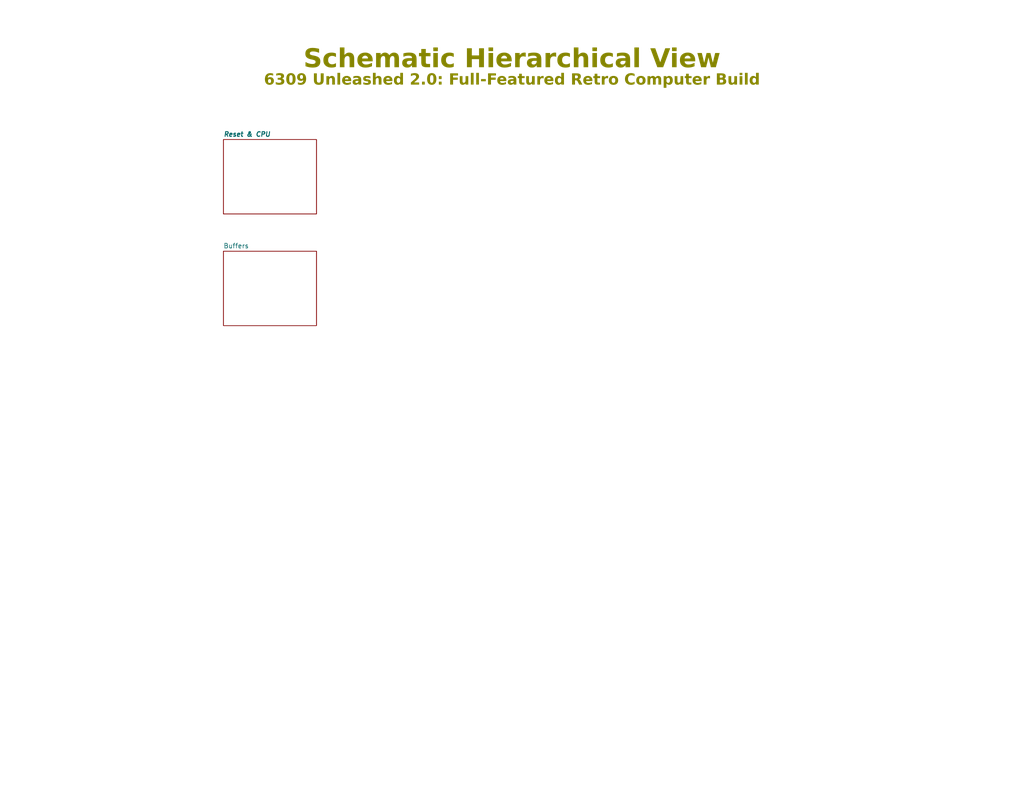
<source format=kicad_sch>
(kicad_sch (version 20250114) (generator "eeschema") (generator_version "9.0")
  (paper "USLetter")
  (title_block (title "The Clock, The CPU, and Some Buffers") (date "2025-09-11") (rev "2.0") (company "MicroHobbyist") (comment 1 "Frédéric Segard"))
  (lib_symbols)
  (text "6309 Unleashed 2.0: Full-Featured Retro Computer Build" (at 139.7 22.86 0) (effects (font (size 3.0226 3.0226) (bold yes) (italic yes))))
  (text "Schematic Hierarchical View" (at 139.7 17.78 0) (effects (font (size 5.08 5.08))))
  (sheet (at 60.96 38.1) (size 25.4 20.32) (stroke (width 0.1524))
    (property "Sheetname" "Reset & CPU" (at 60.96 37.3884 0) (effects (font (thickness 0.254) (bold yes) (italic yes)) (justify left bottom)))
    (property "Sheetfile" "ResetCPU.kicad_sch" (effects (hide yes)))
  )
  (sheet (at 60.96 68.58) (size 25.4 20.32) (stroke (width 0.1524))
    (property "Sheetname" "Buffers" (at 60.96 67.8684 0) (effects (justify left bottom)))
    (property "Sheetfile" "Buffers.kicad_sch" (effects (hide yes)))
  )
)
</source>
